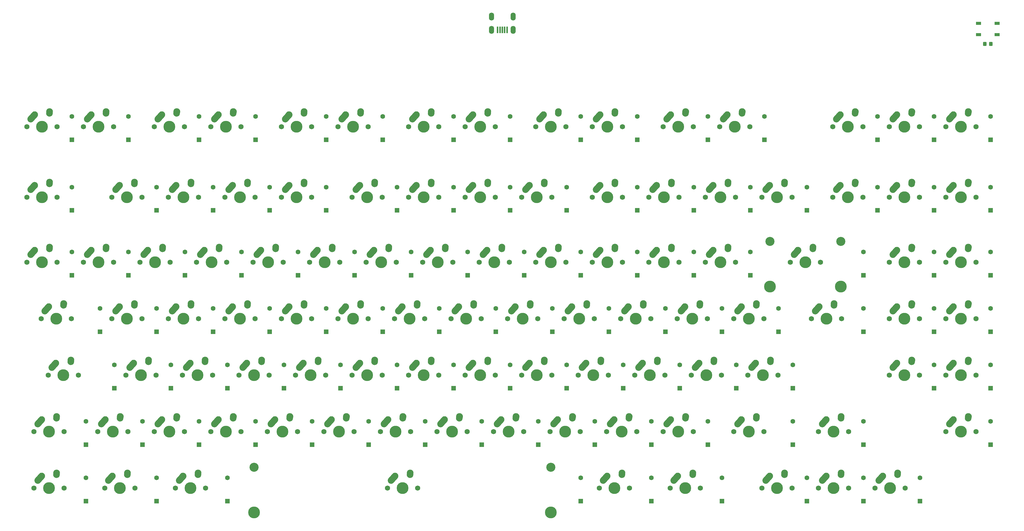
<source format=gbs>
G04 #@! TF.GenerationSoftware,KiCad,Pcbnew,7.0.8*
G04 #@! TF.CreationDate,2023-10-17T11:30:24-05:00*
G04 #@! TF.ProjectId,Vessel,56657373-656c-42e6-9b69-6361645f7063,rev?*
G04 #@! TF.SameCoordinates,Original*
G04 #@! TF.FileFunction,Soldermask,Bot*
G04 #@! TF.FilePolarity,Negative*
%FSLAX46Y46*%
G04 Gerber Fmt 4.6, Leading zero omitted, Abs format (unit mm)*
G04 Created by KiCad (PCBNEW 7.0.8) date 2023-10-17 11:30:24*
%MOMM*%
%LPD*%
G01*
G04 APERTURE LIST*
G04 Aperture macros list*
%AMRoundRect*
0 Rectangle with rounded corners*
0 $1 Rounding radius*
0 $2 $3 $4 $5 $6 $7 $8 $9 X,Y pos of 4 corners*
0 Add a 4 corners polygon primitive as box body*
4,1,4,$2,$3,$4,$5,$6,$7,$8,$9,$2,$3,0*
0 Add four circle primitives for the rounded corners*
1,1,$1+$1,$2,$3*
1,1,$1+$1,$4,$5*
1,1,$1+$1,$6,$7*
1,1,$1+$1,$8,$9*
0 Add four rect primitives between the rounded corners*
20,1,$1+$1,$2,$3,$4,$5,0*
20,1,$1+$1,$4,$5,$6,$7,0*
20,1,$1+$1,$6,$7,$8,$9,0*
20,1,$1+$1,$8,$9,$2,$3,0*%
%AMHorizOval*
0 Thick line with rounded ends*
0 $1 width*
0 $2 $3 position (X,Y) of the first rounded end (center of the circle)*
0 $4 $5 position (X,Y) of the second rounded end (center of the circle)*
0 Add line between two ends*
20,1,$1,$2,$3,$4,$5,0*
0 Add two circle primitives to create the rounded ends*
1,1,$1,$2,$3*
1,1,$1,$4,$5*%
G04 Aperture macros list end*
%ADD10R,1.600000X1.600000*%
%ADD11C,1.600000*%
%ADD12C,1.750000*%
%ADD13C,3.987800*%
%ADD14HorizOval,2.250000X0.655001X0.730000X-0.655001X-0.730000X0*%
%ADD15C,2.250000*%
%ADD16HorizOval,2.250000X0.020000X0.290000X-0.020000X-0.290000X0*%
%ADD17C,3.048000*%
%ADD18R,1.700000X1.000000*%
%ADD19RoundRect,0.250000X-0.325000X-0.450000X0.325000X-0.450000X0.325000X0.450000X-0.325000X0.450000X0*%
%ADD20O,1.700000X2.700000*%
%ADD21R,0.500000X2.250000*%
G04 APERTURE END LIST*
D10*
X271725000Y-254795000D03*
D11*
X271725000Y-246995000D03*
D10*
X447937500Y-254795000D03*
D11*
X447937500Y-246995000D03*
D10*
X224100000Y-273845000D03*
D11*
X224100000Y-266045000D03*
D12*
X332820000Y-228487500D03*
D13*
X337900000Y-228487500D03*
D12*
X342980000Y-228487500D03*
D14*
X334745001Y-225217500D03*
D15*
X335400000Y-224487500D03*
D16*
X340420000Y-223697500D03*
D15*
X340440000Y-223407500D03*
D12*
X428070000Y-326595000D03*
D13*
X433150000Y-326595000D03*
D12*
X438230000Y-326595000D03*
D14*
X429995001Y-323325000D03*
D15*
X430650000Y-322595000D03*
D16*
X435670000Y-321805000D03*
D15*
X435690000Y-321515000D03*
D12*
X359013800Y-326595000D03*
D13*
X364093800Y-326595000D03*
D12*
X369173800Y-326595000D03*
D14*
X360938801Y-323325000D03*
D15*
X361593800Y-322595000D03*
D16*
X366613800Y-321805000D03*
D15*
X366633800Y-321515000D03*
D12*
X389970000Y-228487500D03*
D13*
X395050000Y-228487500D03*
D12*
X400130000Y-228487500D03*
D14*
X391895001Y-225217500D03*
D15*
X392550000Y-224487500D03*
D16*
X397570000Y-223697500D03*
D15*
X397590000Y-223407500D03*
D10*
X190762500Y-292895000D03*
D11*
X190762500Y-285095000D03*
D12*
X313770000Y-204675000D03*
D13*
X318850000Y-204675000D03*
D12*
X323930000Y-204675000D03*
D14*
X315695001Y-201405000D03*
D15*
X316350000Y-200675000D03*
D16*
X321370000Y-199885000D03*
D15*
X321390000Y-199595000D03*
D12*
X432832500Y-250395000D03*
D13*
X437912500Y-250395000D03*
D12*
X442992500Y-250395000D03*
D14*
X434757501Y-247125000D03*
D15*
X435412500Y-246395000D03*
D16*
X440432500Y-245605000D03*
D15*
X440452500Y-245315000D03*
D10*
X347925000Y-232887500D03*
D11*
X347925000Y-225087500D03*
D10*
X162187500Y-330995000D03*
D11*
X162187500Y-323195000D03*
D10*
X395550000Y-273845000D03*
D11*
X395550000Y-266045000D03*
D12*
X213757500Y-288495000D03*
D13*
X218837500Y-288495000D03*
D12*
X223917500Y-288495000D03*
D14*
X215682501Y-285225000D03*
D15*
X216337500Y-284495000D03*
D16*
X221357500Y-283705000D03*
D15*
X221377500Y-283415000D03*
D10*
X386025000Y-254795000D03*
D11*
X386025000Y-246995000D03*
D10*
X424125000Y-311945000D03*
D11*
X424125000Y-304145000D03*
D10*
X347925000Y-254795000D03*
D11*
X347925000Y-246995000D03*
D10*
X286012500Y-232887500D03*
D11*
X286012500Y-225087500D03*
D10*
X328875000Y-330995000D03*
D11*
X328875000Y-323195000D03*
D12*
X413782500Y-204675000D03*
D13*
X418862500Y-204675000D03*
D12*
X423942500Y-204675000D03*
D14*
X415707501Y-201405000D03*
D15*
X416362500Y-200675000D03*
D16*
X421382500Y-199885000D03*
D15*
X421402500Y-199595000D03*
D12*
X409020000Y-307545000D03*
D13*
X414100000Y-307545000D03*
D12*
X419180000Y-307545000D03*
D14*
X410945001Y-304275000D03*
D15*
X411600000Y-303545000D03*
D16*
X416620000Y-302755000D03*
D15*
X416640000Y-302465000D03*
D10*
X157425000Y-232887500D03*
D11*
X157425000Y-225087500D03*
D10*
X219337500Y-209075000D03*
D11*
X219337500Y-201275000D03*
D10*
X176475000Y-254795000D03*
D11*
X176475000Y-246995000D03*
D12*
X180420000Y-250395000D03*
D13*
X185500000Y-250395000D03*
D12*
X190580000Y-250395000D03*
D14*
X182345001Y-247125000D03*
D15*
X183000000Y-246395000D03*
D16*
X188020000Y-245605000D03*
D15*
X188040000Y-245315000D03*
D10*
X205050000Y-273845000D03*
D11*
X205050000Y-266045000D03*
D12*
X328057500Y-288495000D03*
D13*
X333137500Y-288495000D03*
D12*
X338217500Y-288495000D03*
D14*
X329982501Y-285225000D03*
D15*
X330637500Y-284495000D03*
D16*
X335657500Y-283705000D03*
D15*
X335677500Y-283415000D03*
D12*
X228045000Y-228487500D03*
D13*
X233125000Y-228487500D03*
D12*
X238205000Y-228487500D03*
D14*
X229970001Y-225217500D03*
D15*
X230625000Y-224487500D03*
D16*
X235645000Y-223697500D03*
D15*
X235665000Y-223407500D03*
D12*
X451882500Y-307545000D03*
D13*
X456962500Y-307545000D03*
D12*
X462042500Y-307545000D03*
D14*
X453807501Y-304275000D03*
D15*
X454462500Y-303545000D03*
D16*
X459482500Y-302755000D03*
D15*
X459502500Y-302465000D03*
D10*
X424125000Y-273845000D03*
D11*
X424125000Y-266045000D03*
D12*
X218520000Y-250395000D03*
D13*
X223600000Y-250395000D03*
D12*
X228680000Y-250395000D03*
D14*
X220445001Y-247125000D03*
D15*
X221100000Y-246395000D03*
D16*
X226120000Y-245605000D03*
D15*
X226140000Y-245315000D03*
D12*
X242332500Y-307545000D03*
D13*
X247412500Y-307545000D03*
D12*
X252492500Y-307545000D03*
D14*
X244257501Y-304275000D03*
D15*
X244912500Y-303545000D03*
D16*
X249932500Y-302755000D03*
D15*
X249952500Y-302465000D03*
D12*
X309007500Y-228487500D03*
D13*
X314087500Y-228487500D03*
D12*
X319167500Y-228487500D03*
D14*
X310932501Y-225217500D03*
D15*
X311587500Y-224487500D03*
D16*
X316607500Y-223697500D03*
D15*
X316627500Y-223407500D03*
D12*
X451882500Y-228487500D03*
D13*
X456962500Y-228487500D03*
D12*
X462042500Y-228487500D03*
D14*
X453807501Y-225217500D03*
D15*
X454462500Y-224487500D03*
D16*
X459482500Y-223697500D03*
D15*
X459502500Y-223407500D03*
D10*
X338400000Y-273845000D03*
D11*
X338400000Y-266045000D03*
D12*
X149463800Y-288495000D03*
D13*
X154543800Y-288495000D03*
D12*
X159623800Y-288495000D03*
D14*
X151388801Y-285225000D03*
D15*
X152043800Y-284495000D03*
D16*
X157063800Y-283705000D03*
D15*
X157083800Y-283415000D03*
D12*
X380445000Y-269445000D03*
D13*
X385525000Y-269445000D03*
D12*
X390605000Y-269445000D03*
D14*
X382370001Y-266175000D03*
D15*
X383025000Y-265445000D03*
D16*
X388045000Y-264655000D03*
D15*
X388065000Y-264365000D03*
D12*
X289957500Y-204675000D03*
D13*
X295037500Y-204675000D03*
D12*
X300117500Y-204675000D03*
D14*
X291882501Y-201405000D03*
D15*
X292537500Y-200675000D03*
D16*
X297557500Y-199885000D03*
D15*
X297577500Y-199595000D03*
D10*
X371737500Y-311945000D03*
D11*
X371737500Y-304145000D03*
D12*
X194707500Y-288495000D03*
D13*
X199787500Y-288495000D03*
D12*
X204867500Y-288495000D03*
D14*
X196632501Y-285225000D03*
D15*
X197287500Y-284495000D03*
D16*
X202307500Y-283705000D03*
D15*
X202327500Y-283415000D03*
D12*
X285195000Y-269445000D03*
D13*
X290275000Y-269445000D03*
D12*
X295355000Y-269445000D03*
D14*
X287120001Y-266175000D03*
D15*
X287775000Y-265445000D03*
D16*
X292795000Y-264655000D03*
D15*
X292815000Y-264365000D03*
D12*
X361395000Y-269445000D03*
D13*
X366475000Y-269445000D03*
D12*
X371555000Y-269445000D03*
D14*
X363320001Y-266175000D03*
D15*
X363975000Y-265445000D03*
D16*
X368995000Y-264655000D03*
D15*
X369015000Y-264365000D03*
D12*
X251857500Y-228487500D03*
D13*
X256937500Y-228487500D03*
D12*
X262017500Y-228487500D03*
D14*
X253782501Y-225217500D03*
D15*
X254437500Y-224487500D03*
D16*
X259457500Y-223697500D03*
D15*
X259477500Y-223407500D03*
D10*
X286012500Y-292895000D03*
D11*
X286012500Y-285095000D03*
D12*
X323295000Y-269445000D03*
D13*
X328375000Y-269445000D03*
D12*
X333455000Y-269445000D03*
D14*
X325220001Y-266175000D03*
D15*
X325875000Y-265445000D03*
D16*
X330895000Y-264655000D03*
D15*
X330915000Y-264365000D03*
D10*
X209812500Y-292895000D03*
D11*
X209812500Y-285095000D03*
D12*
X406638800Y-269445000D03*
D13*
X411718800Y-269445000D03*
D12*
X416798800Y-269445000D03*
D14*
X408563801Y-266175000D03*
D15*
X409218800Y-265445000D03*
D16*
X414238800Y-264655000D03*
D15*
X414258800Y-264365000D03*
D12*
X432832500Y-269445000D03*
D13*
X437912500Y-269445000D03*
D12*
X442992500Y-269445000D03*
D14*
X434757501Y-266175000D03*
D15*
X435412500Y-265445000D03*
D16*
X440432500Y-264655000D03*
D15*
X440452500Y-264365000D03*
D10*
X186000000Y-232887500D03*
D11*
X186000000Y-225087500D03*
D10*
X195525000Y-254795000D03*
D11*
X195525000Y-246995000D03*
D12*
X189945000Y-269445000D03*
D13*
X195025000Y-269445000D03*
D12*
X200105000Y-269445000D03*
D14*
X191870001Y-266175000D03*
D15*
X192525000Y-265445000D03*
D16*
X197545000Y-264655000D03*
D15*
X197565000Y-264365000D03*
D10*
X186000000Y-330995000D03*
D11*
X186000000Y-323195000D03*
D12*
X199470000Y-250395000D03*
D13*
X204550000Y-250395000D03*
D12*
X209630000Y-250395000D03*
D14*
X201395001Y-247125000D03*
D15*
X202050000Y-246395000D03*
D16*
X207070000Y-245605000D03*
D15*
X207090000Y-245315000D03*
D10*
X305062500Y-292895000D03*
D11*
X305062500Y-285095000D03*
D12*
X142320000Y-250395000D03*
D13*
X147400000Y-250395000D03*
D12*
X152480000Y-250395000D03*
D14*
X144245001Y-247125000D03*
D15*
X144900000Y-246395000D03*
D16*
X149920000Y-245605000D03*
D15*
X149940000Y-245315000D03*
D12*
X228045000Y-269445000D03*
D13*
X233125000Y-269445000D03*
D12*
X238205000Y-269445000D03*
D14*
X229970001Y-266175000D03*
D15*
X230625000Y-265445000D03*
D16*
X235645000Y-264655000D03*
D15*
X235665000Y-264365000D03*
D12*
X170895000Y-228487500D03*
D13*
X175975000Y-228487500D03*
D12*
X181055000Y-228487500D03*
D14*
X172820001Y-225217500D03*
D15*
X173475000Y-224487500D03*
D16*
X178495000Y-223697500D03*
D15*
X178515000Y-223407500D03*
D12*
X270907500Y-228487500D03*
D13*
X275987500Y-228487500D03*
D12*
X281067500Y-228487500D03*
D14*
X272832501Y-225217500D03*
D15*
X273487500Y-224487500D03*
D16*
X278507500Y-223697500D03*
D15*
X278527500Y-223407500D03*
D10*
X424125000Y-254795000D03*
D11*
X424125000Y-246995000D03*
D12*
X332820000Y-204675000D03*
D13*
X337900000Y-204675000D03*
D12*
X342980000Y-204675000D03*
D14*
X334745001Y-201405000D03*
D15*
X335400000Y-200675000D03*
D16*
X340420000Y-199885000D03*
D15*
X340440000Y-199595000D03*
D10*
X166950000Y-273845000D03*
D11*
X166950000Y-266045000D03*
D12*
X335201300Y-326595000D03*
D13*
X340281300Y-326595000D03*
D12*
X345361300Y-326595000D03*
D14*
X337126301Y-323325000D03*
D15*
X337781300Y-322595000D03*
D16*
X342801300Y-321805000D03*
D15*
X342821300Y-321515000D03*
D12*
X309007500Y-288495000D03*
D13*
X314087500Y-288495000D03*
D12*
X319167500Y-288495000D03*
D14*
X310932501Y-285225000D03*
D15*
X311587500Y-284495000D03*
D16*
X316607500Y-283705000D03*
D15*
X316627500Y-283415000D03*
D10*
X266962500Y-232887500D03*
D11*
X266962500Y-225087500D03*
D10*
X186000000Y-273845000D03*
D11*
X186000000Y-266045000D03*
D12*
X192326300Y-326595000D03*
D13*
X197406300Y-326595000D03*
D12*
X202486300Y-326595000D03*
D14*
X194251301Y-323325000D03*
D15*
X194906300Y-322595000D03*
D16*
X199926300Y-321805000D03*
D15*
X199946300Y-321515000D03*
D10*
X205050000Y-232887500D03*
D11*
X205050000Y-225087500D03*
D10*
X209812500Y-330995000D03*
D11*
X209812500Y-323195000D03*
D12*
X228045000Y-204675000D03*
D13*
X233125000Y-204675000D03*
D12*
X238205000Y-204675000D03*
D14*
X229970001Y-201405000D03*
D15*
X230625000Y-200675000D03*
D16*
X235645000Y-199885000D03*
D15*
X235665000Y-199595000D03*
D10*
X352687500Y-330995000D03*
D11*
X352687500Y-323195000D03*
D10*
X314587500Y-311945000D03*
D11*
X314587500Y-304145000D03*
D12*
X432832500Y-288495000D03*
D13*
X437912500Y-288495000D03*
D12*
X442992500Y-288495000D03*
D14*
X434757501Y-285225000D03*
D15*
X435412500Y-284495000D03*
D16*
X440432500Y-283705000D03*
D15*
X440452500Y-283415000D03*
D10*
X447937500Y-292895000D03*
D11*
X447937500Y-285095000D03*
D10*
X224100000Y-232887500D03*
D11*
X224100000Y-225087500D03*
D12*
X451882500Y-204675000D03*
D13*
X456962500Y-204675000D03*
D12*
X462042500Y-204675000D03*
D14*
X453807501Y-201405000D03*
D15*
X454462500Y-200675000D03*
D16*
X459482500Y-199885000D03*
D15*
X459502500Y-199595000D03*
D12*
X337582500Y-307545000D03*
D13*
X342662500Y-307545000D03*
D12*
X347742500Y-307545000D03*
D14*
X339507501Y-304275000D03*
D15*
X340162500Y-303545000D03*
D16*
X345182500Y-302755000D03*
D15*
X345202500Y-302465000D03*
D10*
X328875000Y-254795000D03*
D11*
X328875000Y-246995000D03*
D12*
X318532500Y-307545000D03*
D13*
X323612500Y-307545000D03*
D12*
X328692500Y-307545000D03*
D14*
X320457501Y-304275000D03*
D15*
X321112500Y-303545000D03*
D16*
X326132500Y-302755000D03*
D15*
X326152500Y-302465000D03*
D10*
X466987500Y-292895000D03*
D11*
X466987500Y-285095000D03*
D10*
X324112500Y-232887500D03*
D11*
X324112500Y-225087500D03*
D12*
X185182500Y-307545000D03*
D13*
X190262500Y-307545000D03*
D12*
X195342500Y-307545000D03*
D14*
X187107501Y-304275000D03*
D15*
X187762500Y-303545000D03*
D16*
X192782500Y-302755000D03*
D15*
X192802500Y-302465000D03*
D10*
X262200000Y-209075000D03*
D11*
X262200000Y-201275000D03*
D12*
X189945000Y-228487500D03*
D13*
X195025000Y-228487500D03*
D12*
X200105000Y-228487500D03*
D14*
X191870001Y-225217500D03*
D15*
X192525000Y-224487500D03*
D16*
X197545000Y-223697500D03*
D15*
X197565000Y-223407500D03*
D12*
X432832500Y-204675000D03*
D13*
X437912500Y-204675000D03*
D12*
X442992500Y-204675000D03*
D14*
X434757501Y-201405000D03*
D15*
X435412500Y-200675000D03*
D16*
X440432500Y-199885000D03*
D15*
X440452500Y-199595000D03*
D12*
X370920000Y-250395000D03*
D13*
X376000000Y-250395000D03*
D12*
X381080000Y-250395000D03*
D14*
X372845001Y-247125000D03*
D15*
X373500000Y-246395000D03*
D16*
X378520000Y-245605000D03*
D15*
X378540000Y-245315000D03*
D10*
X243150000Y-209075000D03*
D11*
X243150000Y-201275000D03*
D10*
X181237500Y-311945000D03*
D11*
X181237500Y-304145000D03*
D10*
X390787500Y-209075000D03*
D11*
X390787500Y-201275000D03*
D10*
X447937500Y-273845000D03*
D11*
X447937500Y-266045000D03*
D17*
X218843900Y-319610000D03*
D13*
X218843900Y-334850000D03*
D12*
X263763800Y-326595000D03*
D13*
X268843800Y-326595000D03*
D12*
X273923800Y-326595000D03*
D17*
X318843700Y-319610000D03*
D13*
X318843700Y-334850000D03*
D14*
X265688801Y-323325000D03*
D15*
X266343800Y-322595000D03*
D16*
X271363800Y-321805000D03*
D15*
X271383800Y-321515000D03*
D12*
X237570000Y-250395000D03*
D13*
X242650000Y-250395000D03*
D12*
X247730000Y-250395000D03*
D14*
X239495001Y-247125000D03*
D15*
X240150000Y-246395000D03*
D16*
X245170000Y-245605000D03*
D15*
X245190000Y-245315000D03*
D12*
X370920000Y-228487500D03*
D13*
X376000000Y-228487500D03*
D12*
X381080000Y-228487500D03*
D14*
X372845001Y-225217500D03*
D15*
X373500000Y-224487500D03*
D16*
X378520000Y-223697500D03*
D15*
X378540000Y-223407500D03*
D12*
X413782500Y-228487500D03*
D13*
X418862500Y-228487500D03*
D12*
X423942500Y-228487500D03*
D14*
X415707501Y-225217500D03*
D15*
X416362500Y-224487500D03*
D16*
X421382500Y-223697500D03*
D15*
X421402500Y-223407500D03*
D10*
X305062500Y-232887500D03*
D11*
X305062500Y-225087500D03*
D12*
X385207500Y-288495000D03*
D13*
X390287500Y-288495000D03*
D12*
X395367500Y-288495000D03*
D14*
X387132501Y-285225000D03*
D15*
X387787500Y-284495000D03*
D16*
X392807500Y-283705000D03*
D15*
X392827500Y-283415000D03*
D10*
X428887500Y-232887500D03*
D11*
X428887500Y-225087500D03*
D12*
X356632500Y-204675000D03*
D13*
X361712500Y-204675000D03*
D12*
X366792500Y-204675000D03*
D14*
X358557501Y-201405000D03*
D15*
X359212500Y-200675000D03*
D16*
X364232500Y-199885000D03*
D15*
X364252500Y-199595000D03*
D10*
X405075000Y-330995000D03*
D11*
X405075000Y-323195000D03*
D10*
X176475000Y-209075000D03*
D11*
X176475000Y-201275000D03*
D10*
X466987500Y-311945000D03*
D11*
X466987500Y-304145000D03*
D10*
X171712500Y-292895000D03*
D11*
X171712500Y-285095000D03*
D12*
X247095000Y-269445000D03*
D13*
X252175000Y-269445000D03*
D12*
X257255000Y-269445000D03*
D14*
X249020001Y-266175000D03*
D15*
X249675000Y-265445000D03*
D16*
X254695000Y-264655000D03*
D15*
X254715000Y-264365000D03*
D10*
X352687500Y-311945000D03*
D11*
X352687500Y-304145000D03*
D10*
X381262500Y-292895000D03*
D11*
X381262500Y-285095000D03*
D12*
X251857500Y-288495000D03*
D13*
X256937500Y-288495000D03*
D12*
X262017500Y-288495000D03*
D14*
X253782501Y-285225000D03*
D15*
X254437500Y-284495000D03*
D16*
X259457500Y-283705000D03*
D15*
X259477500Y-283415000D03*
D12*
X389970000Y-326595000D03*
D13*
X395050000Y-326595000D03*
D12*
X400130000Y-326595000D03*
D14*
X391895001Y-323325000D03*
D15*
X392550000Y-322595000D03*
D16*
X397570000Y-321805000D03*
D15*
X397590000Y-321515000D03*
D12*
X204232500Y-307545000D03*
D13*
X209312500Y-307545000D03*
D12*
X214392500Y-307545000D03*
D14*
X206157501Y-304275000D03*
D15*
X206812500Y-303545000D03*
D16*
X211832500Y-302755000D03*
D15*
X211852500Y-302465000D03*
D10*
X371737500Y-209075000D03*
D11*
X371737500Y-201275000D03*
D10*
X233625000Y-254795000D03*
D11*
X233625000Y-246995000D03*
D10*
X324112500Y-292895000D03*
D11*
X324112500Y-285095000D03*
D10*
X343162500Y-292895000D03*
D11*
X343162500Y-285095000D03*
D10*
X295537500Y-311945000D03*
D11*
X295537500Y-304145000D03*
D12*
X375682500Y-204675000D03*
D13*
X380762500Y-204675000D03*
D12*
X385842500Y-204675000D03*
D14*
X377607501Y-201405000D03*
D15*
X378262500Y-200675000D03*
D16*
X383282500Y-199885000D03*
D15*
X383302500Y-199595000D03*
D12*
X208995000Y-269445000D03*
D13*
X214075000Y-269445000D03*
D12*
X219155000Y-269445000D03*
D14*
X210920001Y-266175000D03*
D15*
X211575000Y-265445000D03*
D16*
X216595000Y-264655000D03*
D15*
X216615000Y-264365000D03*
D10*
X424125000Y-330995000D03*
D11*
X424125000Y-323195000D03*
D12*
X289957500Y-228487500D03*
D13*
X295037500Y-228487500D03*
D12*
X300117500Y-228487500D03*
D14*
X291882501Y-225217500D03*
D15*
X292537500Y-224487500D03*
D16*
X297557500Y-223697500D03*
D15*
X297577500Y-223407500D03*
D10*
X366975000Y-232887500D03*
D11*
X366975000Y-225087500D03*
D12*
X366157500Y-288495000D03*
D13*
X371237500Y-288495000D03*
D12*
X376317500Y-288495000D03*
D14*
X368082501Y-285225000D03*
D15*
X368737500Y-284495000D03*
D16*
X373757500Y-283705000D03*
D15*
X373777500Y-283415000D03*
D12*
X256620000Y-250395000D03*
D13*
X261700000Y-250395000D03*
D12*
X266780000Y-250395000D03*
D14*
X258545001Y-247125000D03*
D15*
X259200000Y-246395000D03*
D16*
X264220000Y-245605000D03*
D15*
X264240000Y-245315000D03*
D10*
X257437500Y-311945000D03*
D11*
X257437500Y-304145000D03*
D10*
X243150000Y-273845000D03*
D11*
X243150000Y-266045000D03*
D10*
X157425000Y-209075000D03*
D11*
X157425000Y-201275000D03*
D12*
X144701300Y-307545000D03*
D13*
X149781300Y-307545000D03*
D12*
X154861300Y-307545000D03*
D14*
X146626301Y-304275000D03*
D15*
X147281300Y-303545000D03*
D16*
X152301300Y-302755000D03*
D15*
X152321300Y-302465000D03*
D12*
X409020000Y-326595000D03*
D13*
X414100000Y-326595000D03*
D12*
X419180000Y-326595000D03*
D14*
X410945001Y-323325000D03*
D15*
X411600000Y-322595000D03*
D16*
X416620000Y-321805000D03*
D15*
X416640000Y-321515000D03*
D12*
X289957500Y-288495000D03*
D13*
X295037500Y-288495000D03*
D12*
X300117500Y-288495000D03*
D14*
X291882501Y-285225000D03*
D15*
X292537500Y-284495000D03*
D16*
X297557500Y-283705000D03*
D15*
X297577500Y-283415000D03*
D12*
X161370000Y-250395000D03*
D13*
X166450000Y-250395000D03*
D12*
X171530000Y-250395000D03*
D14*
X163295001Y-247125000D03*
D15*
X163950000Y-246395000D03*
D16*
X168970000Y-245605000D03*
D15*
X168990000Y-245315000D03*
D12*
X356632500Y-307545000D03*
D13*
X361712500Y-307545000D03*
D12*
X366792500Y-307545000D03*
D14*
X358557501Y-304275000D03*
D15*
X359212500Y-303545000D03*
D16*
X364232500Y-302755000D03*
D15*
X364252500Y-302465000D03*
D12*
X451882500Y-269445000D03*
D13*
X456962500Y-269445000D03*
D12*
X462042500Y-269445000D03*
D14*
X453807501Y-266175000D03*
D15*
X454462500Y-265445000D03*
D16*
X459482500Y-264655000D03*
D15*
X459502500Y-264365000D03*
D12*
X347107500Y-288495000D03*
D13*
X352187500Y-288495000D03*
D12*
X357267500Y-288495000D03*
D14*
X349032501Y-285225000D03*
D15*
X349687500Y-284495000D03*
D16*
X354707500Y-283705000D03*
D15*
X354727500Y-283415000D03*
D12*
X144701300Y-326595000D03*
D13*
X149781300Y-326595000D03*
D12*
X154861300Y-326595000D03*
D14*
X146626301Y-323325000D03*
D15*
X147281300Y-322595000D03*
D16*
X152301300Y-321805000D03*
D15*
X152321300Y-321515000D03*
D10*
X290775000Y-254795000D03*
D11*
X290775000Y-246995000D03*
D10*
X200287500Y-209075000D03*
D11*
X200287500Y-201275000D03*
D10*
X376500000Y-273845000D03*
D11*
X376500000Y-266045000D03*
D12*
X266145000Y-269445000D03*
D13*
X271225000Y-269445000D03*
D12*
X276305000Y-269445000D03*
D14*
X268070001Y-266175000D03*
D15*
X268725000Y-265445000D03*
D16*
X273745000Y-264655000D03*
D15*
X273765000Y-264365000D03*
D12*
X342345000Y-269445000D03*
D13*
X347425000Y-269445000D03*
D12*
X352505000Y-269445000D03*
D14*
X344270001Y-266175000D03*
D15*
X344925000Y-265445000D03*
D16*
X349945000Y-264655000D03*
D15*
X349965000Y-264365000D03*
D10*
X328875000Y-209075000D03*
D11*
X328875000Y-201275000D03*
D10*
X200287500Y-311945000D03*
D11*
X200287500Y-304145000D03*
D10*
X405075000Y-232887500D03*
D11*
X405075000Y-225087500D03*
D10*
X238387500Y-311945000D03*
D11*
X238387500Y-304145000D03*
D12*
X142320000Y-228487500D03*
D13*
X147400000Y-228487500D03*
D12*
X152480000Y-228487500D03*
D14*
X144245001Y-225217500D03*
D15*
X144900000Y-224487500D03*
D16*
X149920000Y-223697500D03*
D15*
X149940000Y-223407500D03*
D12*
X247095000Y-204675000D03*
D13*
X252175000Y-204675000D03*
D12*
X257255000Y-204675000D03*
D14*
X249020001Y-201405000D03*
D15*
X249675000Y-200675000D03*
D16*
X254695000Y-199885000D03*
D15*
X254715000Y-199595000D03*
D12*
X161370000Y-204675000D03*
D13*
X166450000Y-204675000D03*
D12*
X171530000Y-204675000D03*
D14*
X163295001Y-201405000D03*
D15*
X163950000Y-200675000D03*
D16*
X168970000Y-199885000D03*
D15*
X168990000Y-199595000D03*
D12*
X451882500Y-288495000D03*
D13*
X456962500Y-288495000D03*
D12*
X462042500Y-288495000D03*
D14*
X453807501Y-285225000D03*
D15*
X454462500Y-284495000D03*
D16*
X459482500Y-283705000D03*
D15*
X459502500Y-283415000D03*
D10*
X347925000Y-209075000D03*
D11*
X347925000Y-201275000D03*
D10*
X281250000Y-273845000D03*
D11*
X281250000Y-266045000D03*
D10*
X466987500Y-209075000D03*
D11*
X466987500Y-201275000D03*
D10*
X243150000Y-232887500D03*
D11*
X243150000Y-225087500D03*
D10*
X319350000Y-273845000D03*
D11*
X319350000Y-266045000D03*
D10*
X466987500Y-273845000D03*
D11*
X466987500Y-266045000D03*
D12*
X232807500Y-288495000D03*
D13*
X237887500Y-288495000D03*
D12*
X242967500Y-288495000D03*
D14*
X234732501Y-285225000D03*
D15*
X235387500Y-284495000D03*
D16*
X240407500Y-283705000D03*
D15*
X240427500Y-283415000D03*
D12*
X380445000Y-307545000D03*
D13*
X385525000Y-307545000D03*
D12*
X390605000Y-307545000D03*
D14*
X382370001Y-304275000D03*
D15*
X383025000Y-303545000D03*
D16*
X388045000Y-302755000D03*
D15*
X388065000Y-302465000D03*
D10*
X466987500Y-254795000D03*
D11*
X466987500Y-246995000D03*
D10*
X300300000Y-273845000D03*
D11*
X300300000Y-266045000D03*
D10*
X362212500Y-292895000D03*
D11*
X362212500Y-285095000D03*
D12*
X166132500Y-307545000D03*
D13*
X171212500Y-307545000D03*
D12*
X176292500Y-307545000D03*
D14*
X168057501Y-304275000D03*
D15*
X168712500Y-303545000D03*
D16*
X173732500Y-302755000D03*
D15*
X173752500Y-302465000D03*
D12*
X304245000Y-269445000D03*
D13*
X309325000Y-269445000D03*
D12*
X314405000Y-269445000D03*
D14*
X306170001Y-266175000D03*
D15*
X306825000Y-265445000D03*
D16*
X311845000Y-264655000D03*
D15*
X311865000Y-264365000D03*
D10*
X214575000Y-254795000D03*
D11*
X214575000Y-246995000D03*
D12*
X270907500Y-288495000D03*
D13*
X275987500Y-288495000D03*
D12*
X281067500Y-288495000D03*
D14*
X272832501Y-285225000D03*
D15*
X273487500Y-284495000D03*
D16*
X278507500Y-283705000D03*
D15*
X278527500Y-283415000D03*
D12*
X204232500Y-204675000D03*
D13*
X209312500Y-204675000D03*
D12*
X214392500Y-204675000D03*
D14*
X206157501Y-201405000D03*
D15*
X206812500Y-200675000D03*
D16*
X211832500Y-199885000D03*
D15*
X211852500Y-199595000D03*
D10*
X357450000Y-273845000D03*
D11*
X357450000Y-266045000D03*
D10*
X219337500Y-311945000D03*
D11*
X219337500Y-304145000D03*
D12*
X275670000Y-250395000D03*
D13*
X280750000Y-250395000D03*
D12*
X285830000Y-250395000D03*
D14*
X277595001Y-247125000D03*
D15*
X278250000Y-246395000D03*
D16*
X283270000Y-245605000D03*
D15*
X283290000Y-245315000D03*
D12*
X299482500Y-307545000D03*
D13*
X304562500Y-307545000D03*
D12*
X309642500Y-307545000D03*
D14*
X301407501Y-304275000D03*
D15*
X302062500Y-303545000D03*
D16*
X307082500Y-302755000D03*
D15*
X307102500Y-302465000D03*
D10*
X309825000Y-254795000D03*
D11*
X309825000Y-246995000D03*
D12*
X432832500Y-228487500D03*
D13*
X437912500Y-228487500D03*
D12*
X442992500Y-228487500D03*
D14*
X434757501Y-225217500D03*
D15*
X435412500Y-224487500D03*
D16*
X440432500Y-223697500D03*
D15*
X440452500Y-223407500D03*
D12*
X351870000Y-250395000D03*
D13*
X356950000Y-250395000D03*
D12*
X362030000Y-250395000D03*
D14*
X353795001Y-247125000D03*
D15*
X354450000Y-246395000D03*
D16*
X359470000Y-245605000D03*
D15*
X359490000Y-245315000D03*
D12*
X170895000Y-269445000D03*
D13*
X175975000Y-269445000D03*
D12*
X181055000Y-269445000D03*
D14*
X172820001Y-266175000D03*
D15*
X173475000Y-265445000D03*
D16*
X178495000Y-264655000D03*
D15*
X178515000Y-264365000D03*
D10*
X447937500Y-209075000D03*
D11*
X447937500Y-201275000D03*
D12*
X223282500Y-307545000D03*
D13*
X228362500Y-307545000D03*
D12*
X233442500Y-307545000D03*
D14*
X225207501Y-304275000D03*
D15*
X225862500Y-303545000D03*
D16*
X230882500Y-302755000D03*
D15*
X230902500Y-302465000D03*
D10*
X247912500Y-292895000D03*
D11*
X247912500Y-285095000D03*
D10*
X386025000Y-232887500D03*
D11*
X386025000Y-225087500D03*
D10*
X443175000Y-330995000D03*
D11*
X443175000Y-323195000D03*
D10*
X228862500Y-292895000D03*
D11*
X228862500Y-285095000D03*
D12*
X185182500Y-204675000D03*
D13*
X190262500Y-204675000D03*
D12*
X195342500Y-204675000D03*
D14*
X187107501Y-201405000D03*
D15*
X187762500Y-200675000D03*
D16*
X192782500Y-199885000D03*
D15*
X192802500Y-199595000D03*
D10*
X400312500Y-311945000D03*
D11*
X400312500Y-304145000D03*
D10*
X447937500Y-232887500D03*
D11*
X447937500Y-225087500D03*
D10*
X333637500Y-311945000D03*
D11*
X333637500Y-304145000D03*
D12*
X175657500Y-288495000D03*
D13*
X180737500Y-288495000D03*
D12*
X185817500Y-288495000D03*
D14*
X177582501Y-285225000D03*
D15*
X178237500Y-284495000D03*
D16*
X183257500Y-283705000D03*
D15*
X183277500Y-283415000D03*
D12*
X147082500Y-269445000D03*
D13*
X152162500Y-269445000D03*
D12*
X157242500Y-269445000D03*
D14*
X149007501Y-266175000D03*
D15*
X149662500Y-265445000D03*
D16*
X154682500Y-264655000D03*
D15*
X154702500Y-264365000D03*
D12*
X142320000Y-204675000D03*
D13*
X147400000Y-204675000D03*
D12*
X152480000Y-204675000D03*
D14*
X144245001Y-201405000D03*
D15*
X144900000Y-200675000D03*
D16*
X149920000Y-199885000D03*
D15*
X149940000Y-199595000D03*
D10*
X400312500Y-292895000D03*
D11*
X400312500Y-285095000D03*
D12*
X332820000Y-250395000D03*
D13*
X337900000Y-250395000D03*
D12*
X342980000Y-250395000D03*
D14*
X334745001Y-247125000D03*
D15*
X335400000Y-246395000D03*
D16*
X340420000Y-245605000D03*
D15*
X340440000Y-245315000D03*
D10*
X157425000Y-254795000D03*
D11*
X157425000Y-246995000D03*
D10*
X376500000Y-330995000D03*
D11*
X376500000Y-323195000D03*
D12*
X168513800Y-326595000D03*
D13*
X173593800Y-326595000D03*
D12*
X178673800Y-326595000D03*
D14*
X170438801Y-323325000D03*
D15*
X171093800Y-322595000D03*
D16*
X176113800Y-321805000D03*
D15*
X176133800Y-321515000D03*
D12*
X451882500Y-250395000D03*
D13*
X456962500Y-250395000D03*
D12*
X462042500Y-250395000D03*
D14*
X453807501Y-247125000D03*
D15*
X454462500Y-246395000D03*
D16*
X459482500Y-245605000D03*
D15*
X459502500Y-245315000D03*
D10*
X286012500Y-209075000D03*
D11*
X286012500Y-201275000D03*
D10*
X262200000Y-273845000D03*
D11*
X262200000Y-266045000D03*
D12*
X280432500Y-307545000D03*
D13*
X285512500Y-307545000D03*
D12*
X290592500Y-307545000D03*
D14*
X282357501Y-304275000D03*
D15*
X283012500Y-303545000D03*
D16*
X288032500Y-302755000D03*
D15*
X288052500Y-302465000D03*
D10*
X466987500Y-232887500D03*
D11*
X466987500Y-225087500D03*
D12*
X261382500Y-307545000D03*
D13*
X266462500Y-307545000D03*
D12*
X271542500Y-307545000D03*
D14*
X263307501Y-304275000D03*
D15*
X263962500Y-303545000D03*
D16*
X268982500Y-302755000D03*
D15*
X269002500Y-302465000D03*
D12*
X270907500Y-204675000D03*
D13*
X275987500Y-204675000D03*
D12*
X281067500Y-204675000D03*
D14*
X272832501Y-201405000D03*
D15*
X273487500Y-200675000D03*
D16*
X278507500Y-199885000D03*
D15*
X278527500Y-199595000D03*
D10*
X162187500Y-311945000D03*
D11*
X162187500Y-304145000D03*
D10*
X276487500Y-311945000D03*
D11*
X276487500Y-304145000D03*
D10*
X266962500Y-292895000D03*
D11*
X266962500Y-285095000D03*
D10*
X366975000Y-254795000D03*
D11*
X366975000Y-246995000D03*
D12*
X294720000Y-250395000D03*
D13*
X299800000Y-250395000D03*
D12*
X304880000Y-250395000D03*
D14*
X296645001Y-247125000D03*
D15*
X297300000Y-246395000D03*
D16*
X302320000Y-245605000D03*
D15*
X302340000Y-245315000D03*
D10*
X305062500Y-209075000D03*
D11*
X305062500Y-201275000D03*
D10*
X428887500Y-209075000D03*
D11*
X428887500Y-201275000D03*
D17*
X392637000Y-243410000D03*
D13*
X392637000Y-258650000D03*
D12*
X399495000Y-250395000D03*
D13*
X404575000Y-250395000D03*
D12*
X409655000Y-250395000D03*
D17*
X416513000Y-243410000D03*
D13*
X416513000Y-258650000D03*
D14*
X401420001Y-247125000D03*
D15*
X402075000Y-246395000D03*
D16*
X407095000Y-245605000D03*
D15*
X407115000Y-245315000D03*
D12*
X313770000Y-250395000D03*
D13*
X318850000Y-250395000D03*
D12*
X323930000Y-250395000D03*
D14*
X315695001Y-247125000D03*
D15*
X316350000Y-246395000D03*
D16*
X321370000Y-245605000D03*
D15*
X321390000Y-245315000D03*
D10*
X252675000Y-254795000D03*
D11*
X252675000Y-246995000D03*
D12*
X208995000Y-228487500D03*
D13*
X214075000Y-228487500D03*
D12*
X219155000Y-228487500D03*
D14*
X210920001Y-225217500D03*
D15*
X211575000Y-224487500D03*
D16*
X216595000Y-223697500D03*
D15*
X216615000Y-223407500D03*
D12*
X351870000Y-228487500D03*
D13*
X356950000Y-228487500D03*
D12*
X362030000Y-228487500D03*
D14*
X353795001Y-225217500D03*
D15*
X354450000Y-224487500D03*
D16*
X359470000Y-223697500D03*
D15*
X359490000Y-223407500D03*
D18*
X462901600Y-173632900D03*
X469201600Y-173632900D03*
X462901600Y-169832900D03*
X469201600Y-169832900D03*
D19*
X465026600Y-176732900D03*
X467076600Y-176732900D03*
D20*
X306125000Y-167550000D03*
X298825000Y-167550000D03*
X306125000Y-172050000D03*
X298825000Y-172050000D03*
D21*
X304075000Y-172050000D03*
X303275000Y-172050000D03*
X302475000Y-172050000D03*
X301675000Y-172050000D03*
X300875000Y-172050000D03*
M02*

</source>
